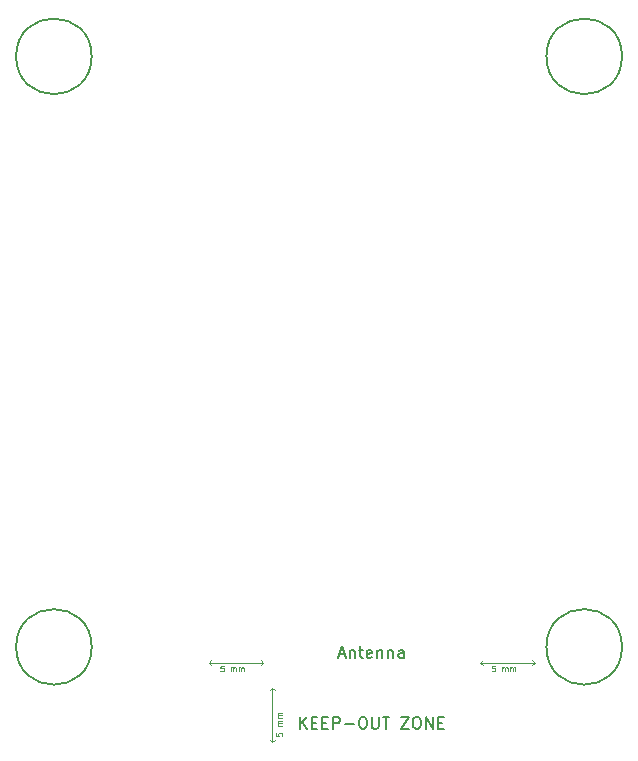
<source format=gbr>
%TF.GenerationSoftware,KiCad,Pcbnew,(6.0.2)*%
%TF.CreationDate,2022-05-29T19:06:36+02:00*%
%TF.ProjectId,PCB_ESP32_CAN,5043425f-4553-4503-9332-5f43414e2e6b,rev?*%
%TF.SameCoordinates,Original*%
%TF.FileFunction,Other,Comment*%
%FSLAX46Y46*%
G04 Gerber Fmt 4.6, Leading zero omitted, Abs format (unit mm)*
G04 Created by KiCad (PCBNEW (6.0.2)) date 2022-05-29 19:06:36*
%MOMM*%
%LPD*%
G01*
G04 APERTURE LIST*
%ADD10C,0.150000*%
%ADD11C,0.100000*%
G04 APERTURE END LIST*
D10*
%TO.C,U1*%
X141038095Y-127716666D02*
X141514285Y-127716666D01*
X140942857Y-128002380D02*
X141276190Y-127002380D01*
X141609523Y-128002380D01*
X141942857Y-127335714D02*
X141942857Y-128002380D01*
X141942857Y-127430952D02*
X141990476Y-127383333D01*
X142085714Y-127335714D01*
X142228571Y-127335714D01*
X142323809Y-127383333D01*
X142371428Y-127478571D01*
X142371428Y-128002380D01*
X142704761Y-127335714D02*
X143085714Y-127335714D01*
X142847619Y-127002380D02*
X142847619Y-127859523D01*
X142895238Y-127954761D01*
X142990476Y-128002380D01*
X143085714Y-128002380D01*
X143800000Y-127954761D02*
X143704761Y-128002380D01*
X143514285Y-128002380D01*
X143419047Y-127954761D01*
X143371428Y-127859523D01*
X143371428Y-127478571D01*
X143419047Y-127383333D01*
X143514285Y-127335714D01*
X143704761Y-127335714D01*
X143800000Y-127383333D01*
X143847619Y-127478571D01*
X143847619Y-127573809D01*
X143371428Y-127669047D01*
X144276190Y-127335714D02*
X144276190Y-128002380D01*
X144276190Y-127430952D02*
X144323809Y-127383333D01*
X144419047Y-127335714D01*
X144561904Y-127335714D01*
X144657142Y-127383333D01*
X144704761Y-127478571D01*
X144704761Y-128002380D01*
X145180952Y-127335714D02*
X145180952Y-128002380D01*
X145180952Y-127430952D02*
X145228571Y-127383333D01*
X145323809Y-127335714D01*
X145466666Y-127335714D01*
X145561904Y-127383333D01*
X145609523Y-127478571D01*
X145609523Y-128002380D01*
X146514285Y-128002380D02*
X146514285Y-127478571D01*
X146466666Y-127383333D01*
X146371428Y-127335714D01*
X146180952Y-127335714D01*
X146085714Y-127383333D01*
X146514285Y-127954761D02*
X146419047Y-128002380D01*
X146180952Y-128002380D01*
X146085714Y-127954761D01*
X146038095Y-127859523D01*
X146038095Y-127764285D01*
X146085714Y-127669047D01*
X146180952Y-127621428D01*
X146419047Y-127621428D01*
X146514285Y-127573809D01*
X137728571Y-134002380D02*
X137728571Y-133002380D01*
X138300000Y-134002380D02*
X137871428Y-133430952D01*
X138300000Y-133002380D02*
X137728571Y-133573809D01*
X138728571Y-133478571D02*
X139061904Y-133478571D01*
X139204761Y-134002380D02*
X138728571Y-134002380D01*
X138728571Y-133002380D01*
X139204761Y-133002380D01*
X139633333Y-133478571D02*
X139966666Y-133478571D01*
X140109523Y-134002380D02*
X139633333Y-134002380D01*
X139633333Y-133002380D01*
X140109523Y-133002380D01*
X140538095Y-134002380D02*
X140538095Y-133002380D01*
X140919047Y-133002380D01*
X141014285Y-133050000D01*
X141061904Y-133097619D01*
X141109523Y-133192857D01*
X141109523Y-133335714D01*
X141061904Y-133430952D01*
X141014285Y-133478571D01*
X140919047Y-133526190D01*
X140538095Y-133526190D01*
X141538095Y-133621428D02*
X142300000Y-133621428D01*
X142966666Y-133002380D02*
X143157142Y-133002380D01*
X143252380Y-133050000D01*
X143347619Y-133145238D01*
X143395238Y-133335714D01*
X143395238Y-133669047D01*
X143347619Y-133859523D01*
X143252380Y-133954761D01*
X143157142Y-134002380D01*
X142966666Y-134002380D01*
X142871428Y-133954761D01*
X142776190Y-133859523D01*
X142728571Y-133669047D01*
X142728571Y-133335714D01*
X142776190Y-133145238D01*
X142871428Y-133050000D01*
X142966666Y-133002380D01*
X143823809Y-133002380D02*
X143823809Y-133811904D01*
X143871428Y-133907142D01*
X143919047Y-133954761D01*
X144014285Y-134002380D01*
X144204761Y-134002380D01*
X144300000Y-133954761D01*
X144347619Y-133907142D01*
X144395238Y-133811904D01*
X144395238Y-133002380D01*
X144728571Y-133002380D02*
X145300000Y-133002380D01*
X145014285Y-134002380D02*
X145014285Y-133002380D01*
X146300000Y-133002380D02*
X146966666Y-133002380D01*
X146300000Y-134002380D01*
X146966666Y-134002380D01*
X147538095Y-133002380D02*
X147728571Y-133002380D01*
X147823809Y-133050000D01*
X147919047Y-133145238D01*
X147966666Y-133335714D01*
X147966666Y-133669047D01*
X147919047Y-133859523D01*
X147823809Y-133954761D01*
X147728571Y-134002380D01*
X147538095Y-134002380D01*
X147442857Y-133954761D01*
X147347619Y-133859523D01*
X147300000Y-133669047D01*
X147300000Y-133335714D01*
X147347619Y-133145238D01*
X147442857Y-133050000D01*
X147538095Y-133002380D01*
X148395238Y-134002380D02*
X148395238Y-133002380D01*
X148966666Y-134002380D01*
X148966666Y-133002380D01*
X149442857Y-133478571D02*
X149776190Y-133478571D01*
X149919047Y-134002380D02*
X149442857Y-134002380D01*
X149442857Y-133002380D01*
X149919047Y-133002380D01*
D11*
X154261904Y-128651190D02*
X154023809Y-128651190D01*
X154000000Y-128889285D01*
X154023809Y-128865476D01*
X154071428Y-128841666D01*
X154190476Y-128841666D01*
X154238095Y-128865476D01*
X154261904Y-128889285D01*
X154285714Y-128936904D01*
X154285714Y-129055952D01*
X154261904Y-129103571D01*
X154238095Y-129127380D01*
X154190476Y-129151190D01*
X154071428Y-129151190D01*
X154023809Y-129127380D01*
X154000000Y-129103571D01*
X154880952Y-129151190D02*
X154880952Y-128817857D01*
X154880952Y-128865476D02*
X154904761Y-128841666D01*
X154952380Y-128817857D01*
X155023809Y-128817857D01*
X155071428Y-128841666D01*
X155095238Y-128889285D01*
X155095238Y-129151190D01*
X155095238Y-128889285D02*
X155119047Y-128841666D01*
X155166666Y-128817857D01*
X155238095Y-128817857D01*
X155285714Y-128841666D01*
X155309523Y-128889285D01*
X155309523Y-129151190D01*
X155547619Y-129151190D02*
X155547619Y-128817857D01*
X155547619Y-128865476D02*
X155571428Y-128841666D01*
X155619047Y-128817857D01*
X155690476Y-128817857D01*
X155738095Y-128841666D01*
X155761904Y-128889285D01*
X155761904Y-129151190D01*
X155761904Y-128889285D02*
X155785714Y-128841666D01*
X155833333Y-128817857D01*
X155904761Y-128817857D01*
X155952380Y-128841666D01*
X155976190Y-128889285D01*
X155976190Y-129151190D01*
X135726190Y-134363095D02*
X135726190Y-134601190D01*
X135964285Y-134625000D01*
X135940476Y-134601190D01*
X135916666Y-134553571D01*
X135916666Y-134434523D01*
X135940476Y-134386904D01*
X135964285Y-134363095D01*
X136011904Y-134339285D01*
X136130952Y-134339285D01*
X136178571Y-134363095D01*
X136202380Y-134386904D01*
X136226190Y-134434523D01*
X136226190Y-134553571D01*
X136202380Y-134601190D01*
X136178571Y-134625000D01*
X136226190Y-133744047D02*
X135892857Y-133744047D01*
X135940476Y-133744047D02*
X135916666Y-133720238D01*
X135892857Y-133672619D01*
X135892857Y-133601190D01*
X135916666Y-133553571D01*
X135964285Y-133529761D01*
X136226190Y-133529761D01*
X135964285Y-133529761D02*
X135916666Y-133505952D01*
X135892857Y-133458333D01*
X135892857Y-133386904D01*
X135916666Y-133339285D01*
X135964285Y-133315476D01*
X136226190Y-133315476D01*
X136226190Y-133077380D02*
X135892857Y-133077380D01*
X135940476Y-133077380D02*
X135916666Y-133053571D01*
X135892857Y-133005952D01*
X135892857Y-132934523D01*
X135916666Y-132886904D01*
X135964285Y-132863095D01*
X136226190Y-132863095D01*
X135964285Y-132863095D02*
X135916666Y-132839285D01*
X135892857Y-132791666D01*
X135892857Y-132720238D01*
X135916666Y-132672619D01*
X135964285Y-132648809D01*
X136226190Y-132648809D01*
X131261904Y-128651190D02*
X131023809Y-128651190D01*
X131000000Y-128889285D01*
X131023809Y-128865476D01*
X131071428Y-128841666D01*
X131190476Y-128841666D01*
X131238095Y-128865476D01*
X131261904Y-128889285D01*
X131285714Y-128936904D01*
X131285714Y-129055952D01*
X131261904Y-129103571D01*
X131238095Y-129127380D01*
X131190476Y-129151190D01*
X131071428Y-129151190D01*
X131023809Y-129127380D01*
X131000000Y-129103571D01*
X131880952Y-129151190D02*
X131880952Y-128817857D01*
X131880952Y-128865476D02*
X131904761Y-128841666D01*
X131952380Y-128817857D01*
X132023809Y-128817857D01*
X132071428Y-128841666D01*
X132095238Y-128889285D01*
X132095238Y-129151190D01*
X132095238Y-128889285D02*
X132119047Y-128841666D01*
X132166666Y-128817857D01*
X132238095Y-128817857D01*
X132285714Y-128841666D01*
X132309523Y-128889285D01*
X132309523Y-129151190D01*
X132547619Y-129151190D02*
X132547619Y-128817857D01*
X132547619Y-128865476D02*
X132571428Y-128841666D01*
X132619047Y-128817857D01*
X132690476Y-128817857D01*
X132738095Y-128841666D01*
X132761904Y-128889285D01*
X132761904Y-129151190D01*
X132761904Y-128889285D02*
X132785714Y-128841666D01*
X132833333Y-128817857D01*
X132904761Y-128817857D01*
X132952380Y-128841666D01*
X132976190Y-128889285D01*
X132976190Y-129151190D01*
X130000000Y-128425000D02*
X130200000Y-128625000D01*
X130000000Y-128425000D02*
X130200000Y-128225000D01*
X134600000Y-128425000D02*
X130000000Y-128425000D01*
X135400000Y-130550000D02*
X135600000Y-130750000D01*
X134600000Y-128425000D02*
X134400000Y-128225000D01*
X134600000Y-128425000D02*
X134400000Y-128625000D01*
X135400000Y-135150000D02*
X135600000Y-134950000D01*
X153000000Y-128425000D02*
X153200000Y-128625000D01*
X135400000Y-130550000D02*
X135400000Y-135150000D01*
X135400000Y-135150000D02*
X135200000Y-134950000D01*
X157600000Y-128425000D02*
X157400000Y-128625000D01*
X135400000Y-130550000D02*
X135200000Y-130750000D01*
X153000000Y-128425000D02*
X153200000Y-128225000D01*
X157600000Y-128425000D02*
X157400000Y-128225000D01*
X157600000Y-128425000D02*
X153000000Y-128425000D01*
D10*
%TO.C,H2*%
X120100000Y-127075000D02*
G75*
G03*
X120100000Y-127075000I-3200000J0D01*
G01*
%TO.C,H4*%
X165000000Y-127075000D02*
G75*
G03*
X165000000Y-127075000I-3200000J0D01*
G01*
%TO.C,H1*%
X120100000Y-77075000D02*
G75*
G03*
X120100000Y-77075000I-3200000J0D01*
G01*
%TO.C,H3*%
X165000000Y-77075000D02*
G75*
G03*
X165000000Y-77075000I-3200000J0D01*
G01*
%TD*%
M02*

</source>
